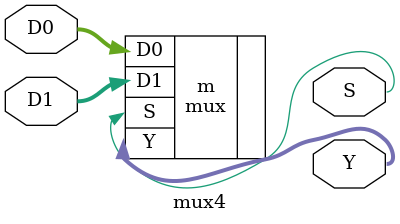
<source format=v>
`timescale 1ns / 1ps


module mux4(
    input [3:0] D0,
    input [3:0] D1,
    output S,
    output [3:0]Y
    );
    
    mux #(.WIDTH(4)) m(.D0(D0),
		       .D1(D1),
		       .S(S),
		       .Y(Y));
    
endmodule

</source>
